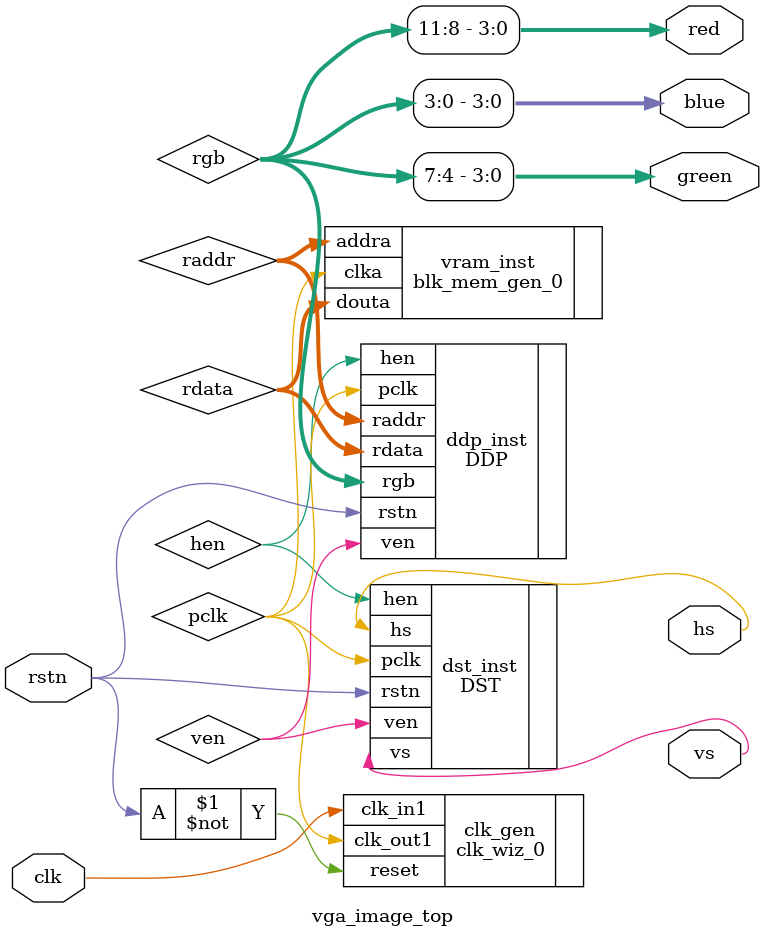
<source format=v>
module vga_image_top (
    input           clk,        // 100MHz 系统时钟
    input           rstn,       // 复位信号（低电平有效）
    
    output          hs,         // 行同步信号
    output          vs,         // 场同步信号
    output [3:0]    red,
    output [3:0]    green,
    output [3:0]    blue
);

    wire pclk;              // 50MHz 像素时钟
    wire hen;               // 水平显示有效
    wire ven;               // 垂直显示有效
    wire [14:0] raddr;      // VRAM读地址
    wire [11:0] rdata;      // VRAM读数据
    wire [11:0] rgb;        // RGB输出
    
    // 时钟生成模块：Clocking Wizard IP核
    clk_wiz_0 clk_gen (
        .clk_in1    (clk),
        .reset      (~rstn),
        .clk_out1   (pclk)
    );
    
    // 显示扫描定时模块
    DST dst_inst (
        .rstn       (rstn),
        .pclk       (pclk),
        .hen        (hen),
        .ven        (ven),
        .hs         (hs),
        .vs         (vs)
    );
    
    // 显示数据处理模块
    DDP #(
        .DW     (15),
        .H_LEN  (200),
        .V_LEN  (150)
    ) ddp_inst (
        .hen        (hen),
        .ven        (ven),
        .rstn       (rstn),
        .pclk       (pclk),
        .rdata      (rdata),
        .rgb        (rgb),
        .raddr      (raddr)
    );
    
    // VRAM - Block Memory Generator IP核
    // 配置：Single Port ROM, 12bit x 32768, 加载coe文件
    blk_mem_gen_0 vram_inst (
        .clka       (pclk),         // 时钟
        .addra      (raddr),        // 地址 [14:0]
        .douta      (rdata)         // 数据输出 [11:0]
    );
    
    // RGB输出
    assign red   = rgb[11:8];
    assign green = rgb[7:4];
    assign blue  = rgb[3:0];

endmodule

</source>
